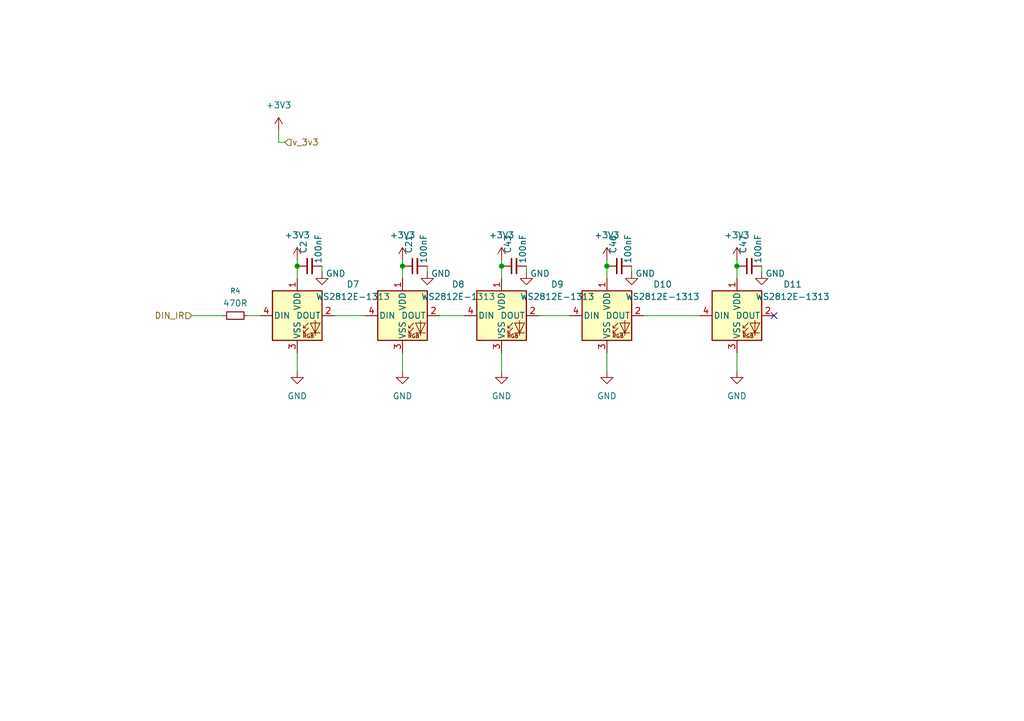
<source format=kicad_sch>
(kicad_sch (version 20250114) (generator "eeschema") (generator_version "9.0")
  (paper "A5")
  (lib_symbols
    (symbol "Device:C_Small" (pin_numbers (hide yes)) (pin_names (offset 0.254) (hide yes))
      (property "Reference" "C" (at 0.254 1.778 0))
      (property "Value" "C_Small" (at 0.254 -2.032 0))
      (symbol "C_Small_0_1"
        (polyline (pts (xy -1.524 0.508) (xy 1.524 0.508)) (stroke (width 0.3048)))
        (polyline (pts (xy -1.524 -0.508) (xy 1.524 -0.508)) (stroke (width 0.3302)))
      )
      (symbol "C_Small_1_1"
        (pin passive line (at 0 2.54 270) (length 2.032) (name "~") (number "1"))
        (pin passive line (at 0 -2.54 90) (length 2.032) (name "~") (number "2"))
      )
    )
    (symbol "LED:WS2812B" (pin_names (offset 0.254))
      (property "Reference" "D" (at 5.08 5.715 0))
      (property "Value" "WS2812B" (at 1.27 -5.715 0))
      (symbol "WS2812B_0_0"
        (text "RGB" (at 2.286 -4.191 0) (effects (font (size 0.762 0.762))))
      )
      (symbol "WS2812B_0_1"
        (polyline (pts (xy 1.27 -2.54) (xy 1.778 -2.54)))
        (polyline (pts (xy 1.27 -3.556) (xy 1.778 -3.556)))
        (polyline (pts (xy 2.286 -1.524) (xy 1.27 -2.54) (xy 1.27 -2.032)))
        (polyline (pts (xy 2.286 -2.54) (xy 1.27 -3.556) (xy 1.27 -3.048)))
        (polyline (pts (xy 3.683 -1.016) (xy 3.683 -3.556) (xy 3.683 -4.064)))
        (polyline (pts (xy 4.699 -1.524) (xy 2.667 -1.524) (xy 3.683 -3.556) (xy 4.699 -1.524)))
        (polyline (pts (xy 4.699 -3.556) (xy 2.667 -3.556)))
        (rectangle (start 5.08 5.08) (end -5.08 -5.08) (stroke (width 0.254)) (fill (type background)))
      )
      (symbol "WS2812B_1_1"
        (pin input line (at -7.62 0 0) (length 2.54) (name "DIN") (number "4"))
        (pin power_in line (at 0 7.62 270) (length 2.54) (name "VDD") (number "1"))
        (pin power_in line (at 0 -7.62 90) (length 2.54) (name "VSS") (number "3"))
        (pin output line (at 7.62 0 180) (length 2.54) (name "DOUT") (number "2"))
      )
    )
    (symbol "R_Small_1" (pin_numbers (hide yes)) (pin_names (offset 0.254) (hide yes))
      (property "Reference" "R" (at 0 0 90))
      (property "Value" "R_Small" (at 1.778 0 90))
      (symbol "R_Small_1_0_1"
        (rectangle (start -0.762 1.778) (end 0.762 -1.778) (stroke (width 0.2032)))
      )
      (symbol "R_Small_1_1_1"
        (pin passive line (at 0 2.54 270) (length 0.762) (name "~") (number "1"))
        (pin passive line (at 0 -2.54 90) (length 0.762) (name "~") (number "2"))
      )
    )
    (symbol "power:+3V3" (power) (pin_numbers (hide yes)) (pin_names (offset 0) (hide yes))
      (property "Value" "+3V3" (at 0 3.556 0))
      (symbol "+3V3_0_1"
        (polyline (pts (xy -0.762 1.27) (xy 0 2.54)))
        (polyline (pts (xy 0 2.54) (xy 0.762 1.27)))
        (polyline (pts (xy 0 0) (xy 0 2.54)))
      )
      (symbol "+3V3_1_1"
        (pin power_in line (at 0 0 90) (length 0) (name "~") (number "1"))
      )
    )
    (symbol "power:GND" (power) (pin_numbers (hide yes)) (pin_names (offset 0) (hide yes))
      (property "Value" "GND" (at 0 -3.81 0))
      (symbol "GND_0_1"
        (polyline (pts (xy 0 0) (xy 0 -1.27) (xy 1.27 -1.27) (xy 0 -2.54) (xy -1.27 -1.27) (xy 0 -1.27)))
      )
      (symbol "GND_1_1"
        (pin power_in line (at 0 0 270) (length 0) (name "~") (number "1"))
      )
    )
  )
  (junction (at 82.55 54.61))
  (junction (at 151.13 54.61))
  (junction (at 102.87 54.61))
  (junction (at 60.96 54.61))
  (junction (at 124.46 54.61))
  (no_connect (at 158.75 64.77))
  (wire (pts (xy 110.49 64.77) (xy 116.84 64.77)))
  (wire (pts (xy 151.13 54.61) (xy 151.13 57.15)))
  (wire (pts (xy 102.87 76.2) (xy 102.87 72.39)))
  (wire (pts (xy 60.96 76.2) (xy 60.96 72.39)))
  (wire (pts (xy 50.8 64.77) (xy 53.34 64.77)))
  (wire (pts (xy 132.08 64.77) (xy 143.51 64.77)))
  (wire (pts (xy 82.55 54.61) (xy 82.55 57.15)))
  (wire (pts (xy 151.13 53.34) (xy 151.13 54.61)))
  (wire (pts (xy 107.95 55.88) (xy 107.95 54.61)))
  (wire (pts (xy 90.17 64.77) (xy 95.25 64.77)))
  (wire (pts (xy 124.46 54.61) (xy 124.46 57.15)))
  (wire (pts (xy 82.55 53.34) (xy 82.55 54.61)))
  (wire (pts (xy 60.96 53.34) (xy 60.96 54.61)))
  (wire (pts (xy 60.96 54.61) (xy 60.96 57.15)))
  (wire (pts (xy 87.63 55.88) (xy 87.63 54.61)))
  (wire (pts (xy 57.15 26.67) (xy 57.15 29.21)))
  (wire (pts (xy 102.87 53.34) (xy 102.87 54.61)))
  (wire (pts (xy 124.46 76.2) (xy 124.46 72.39)))
  (wire (pts (xy 124.46 53.34) (xy 124.46 54.61)))
  (wire (pts (xy 151.13 76.2) (xy 151.13 72.39)))
  (wire (pts (xy 57.15 29.21) (xy 58.42 29.21)))
  (wire (pts (xy 39.37 64.77) (xy 45.72 64.77)))
  (wire (pts (xy 129.54 55.88) (xy 129.54 54.61)))
  (wire (pts (xy 156.21 55.88) (xy 156.21 54.61)))
  (wire (pts (xy 68.58 64.77) (xy 74.93 64.77)))
  (wire (pts (xy 102.87 54.61) (xy 102.87 57.15)))
  (wire (pts (xy 82.55 76.2) (xy 82.55 72.39)))
  (wire (pts (xy 66.04 55.88) (xy 66.04 54.61)))
  (hierarchical_label "v_3v3" (shape input) (at 58.42 29.21 0))
  (hierarchical_label "DIN_IR" (shape input) (at 39.37 64.77 180))
  (symbol (lib_id "Device:C_Small") (at 127 54.61 90) (unit 1)
    (property "Reference" "C46" (at 125.7362 52.07 0) (effects (justify left)))
    (property "Value" "100nF" (at 128.778 54.102 0) (effects (justify left)))
    (property "Footprint" "Capacitor_SMD:C_0603_1608Metric" (effects (hide yes)))
    (property "Description" "Unpolarized capacitor, small symbol" (effects (hide yes)))
    (property "LCSC#" "C338117" (effects (hide yes)))
  )
  (symbol (lib_id "LED:WS2812B") (at 82.55 64.77 0) (unit 1)
    (property "Reference" "D8" (at 93.98 58.3498 0))
    (property "Value" "WS2812E-1313" (at 93.98 60.8898 0))
    (property "Footprint" "pondo:WS2812E-1313" (effects (hide yes)))
    (property "Datasheet" "https://www.lcsc.com/datasheet/lcsc_datasheet_2412051755_Worldsemi-WS2812E-1313_C5446700.pdf" (effects (hide yes)))
    (property "Description" "RGB LED with integrated controller" (effects (hide yes)))
    (property "LCSC#" "C5446700" (effects (hide yes)))
  )
  (symbol (lib_id "power:GND") (at 151.13 76.2 0) (unit 1)
    (property "Reference" "#PWR035" (effects (hide yes)))
    (property "Value" "GND" (at 151.13 81.28 0))
    (property "Description" "Power symbol creates a global label with name \"GND\" , ground" (effects (hide yes)))
  )
  (symbol (lib_id "power:+3V3") (at 124.46 53.34 0) (unit 1)
    (property "Reference" "#PWR031" (effects (hide yes)))
    (property "Value" "+3V3" (at 124.46 48.26 0))
    (property "Description" "Power symbol creates a global label with name \"+3V3\"" (effects (hide yes)))
  )
  (symbol (lib_id "power:+3V3") (at 151.13 53.34 0) (unit 1)
    (property "Reference" "#PWR034" (effects (hide yes)))
    (property "Value" "+3V3" (at 151.13 48.26 0))
    (property "Description" "Power symbol creates a global label with name \"+3V3\"" (effects (hide yes)))
  )
  (symbol (lib_id "LED:WS2812B") (at 102.87 64.77 0) (unit 1)
    (property "Reference" "D9" (at 114.3 58.3498 0))
    (property "Value" "WS2812E-1313" (at 114.3 60.8898 0))
    (property "Footprint" "pondo:WS2812E-1313" (effects (hide yes)))
    (property "Datasheet" "https://www.lcsc.com/datasheet/lcsc_datasheet_2412051755_Worldsemi-WS2812E-1313_C5446700.pdf" (effects (hide yes)))
    (property "Description" "RGB LED with integrated controller" (effects (hide yes)))
    (property "LCSC#" "C5446700" (effects (hide yes)))
  )
  (symbol (lib_id "power:GND") (at 124.46 76.2 0) (unit 1)
    (property "Reference" "#PWR032" (effects (hide yes)))
    (property "Value" "GND" (at 124.46 81.28 0))
    (property "Description" "Power symbol creates a global label with name \"GND\" , ground" (effects (hide yes)))
  )
  (symbol (lib_id "LED:WS2812B") (at 124.46 64.77 0) (unit 1)
    (property "Reference" "D10" (at 135.89 58.3498 0))
    (property "Value" "WS2812E-1313" (at 135.89 60.8898 0))
    (property "Footprint" "pondo:WS2812E-1313" (effects (hide yes)))
    (property "Datasheet" "https://www.lcsc.com/datasheet/lcsc_datasheet_2412051755_Worldsemi-WS2812E-1313_C5446700.pdf" (effects (hide yes)))
    (property "Description" "RGB LED with integrated controller" (effects (hide yes)))
    (property "LCSC#" "C5446700" (effects (hide yes)))
  )
  (symbol (lib_id "power:GND") (at 156.21 55.88 0) (unit 1)
    (property "Reference" "#PWR036" (effects (hide yes)))
    (property "Value" "GND" (at 159.004 56.134 0))
    (property "Description" "Power symbol creates a global label with name \"GND\" , ground" (effects (hide yes)))
  )
  (symbol (lib_id "Device:C_Small") (at 105.41 54.61 90) (unit 1)
    (property "Reference" "C43" (at 104.1462 52.07 0) (effects (justify left)))
    (property "Value" "100nF" (at 107.188 54.102 0) (effects (justify left)))
    (property "Footprint" "Capacitor_SMD:C_0603_1608Metric" (effects (hide yes)))
    (property "Description" "Unpolarized capacitor, small symbol" (effects (hide yes)))
    (property "LCSC#" "C338117" (effects (hide yes)))
  )
  (symbol (lib_id "power:+3V3") (at 57.15 26.67 0) (unit 1)
    (property "Reference" "#PWR089" (effects (hide yes)))
    (property "Value" "+3V3" (at 57.15 21.59 0))
    (property "Description" "Power symbol creates a global label with name \"+3V3\"" (effects (hide yes)))
  )
  (symbol (lib_id "power:GND") (at 66.04 55.88 0) (unit 1)
    (property "Reference" "#PWR09" (effects (hide yes)))
    (property "Value" "GND" (at 68.834 56.134 0))
    (property "Description" "Power symbol creates a global label with name \"GND\" , ground" (effects (hide yes)))
  )
  (symbol (lib_id "power:+3V3") (at 60.96 53.34 0) (unit 1)
    (property "Reference" "#PWR07" (effects (hide yes)))
    (property "Value" "+3V3" (at 60.96 48.26 0))
    (property "Description" "Power symbol creates a global label with name \"+3V3\"" (effects (hide yes)))
  )
  (symbol (lib_id "Device:C_Small") (at 153.67 54.61 90) (unit 1)
    (property "Reference" "C47" (at 152.4062 52.07 0) (effects (justify left)))
    (property "Value" "100nF" (at 155.448 54.102 0) (effects (justify left)))
    (property "Footprint" "Capacitor_SMD:C_0603_1608Metric" (effects (hide yes)))
    (property "Description" "Unpolarized capacitor, small symbol" (effects (hide yes)))
    (property "LCSC#" "C338117" (effects (hide yes)))
  )
  (symbol (lib_id "power:GND") (at 107.95 55.88 0) (unit 1)
    (property "Reference" "#PWR027" (effects (hide yes)))
    (property "Value" "GND" (at 110.744 56.134 0))
    (property "Description" "Power symbol creates a global label with name \"GND\" , ground" (effects (hide yes)))
  )
  (symbol (lib_id "Device:C_Small") (at 85.09 54.61 90) (unit 1)
    (property "Reference" "C21" (at 83.8262 52.07 0) (effects (justify left)))
    (property "Value" "100nF" (at 86.868 54.102 0) (effects (justify left)))
    (property "Footprint" "Capacitor_SMD:C_0603_1608Metric" (effects (hide yes)))
    (property "Description" "Unpolarized capacitor, small symbol" (effects (hide yes)))
    (property "LCSC#" "C338117" (effects (hide yes)))
  )
  (symbol (lib_id "LED:WS2812B") (at 151.13 64.77 0) (unit 1)
    (property "Reference" "D11" (at 162.56 58.3498 0))
    (property "Value" "WS2812E-1313" (at 162.56 60.8898 0))
    (property "Footprint" "pondo:WS2812E-1313" (effects (hide yes)))
    (property "Datasheet" "https://www.lcsc.com/datasheet/lcsc_datasheet_2412051755_Worldsemi-WS2812E-1313_C5446700.pdf" (effects (hide yes)))
    (property "Description" "RGB LED with integrated controller" (effects (hide yes)))
    (property "LCSC#" "C5446700" (effects (hide yes)))
  )
  (symbol (lib_id "power:+3V3") (at 102.87 53.34 0) (unit 1)
    (property "Reference" "#PWR025" (effects (hide yes)))
    (property "Value" "+3V3" (at 102.87 48.26 0))
    (property "Description" "Power symbol creates a global label with name \"+3V3\"" (effects (hide yes)))
  )
  (symbol (lib_name "R_Small_1") (lib_id "Device:R_Small") (at 48.26 64.77 90) (unit 1)
    (property "Reference" "R4" (at 48.26 59.69 90) (effects (font (size 1.016 1.016))))
    (property "Value" "470R" (at 48.26 62.23 90))
    (property "Footprint" "Resistor_SMD:R_0603_1608Metric" (effects (hide yes)))
    (property "Description" "Resistor, small symbol" (effects (hide yes)))
    (property "LCSC#" "C23179" (effects (hide yes)))
  )
  (symbol (lib_id "power:GND") (at 87.63 55.88 0) (unit 1)
    (property "Reference" "#PWR024" (effects (hide yes)))
    (property "Value" "GND" (at 90.424 56.134 0))
    (property "Description" "Power symbol creates a global label with name \"GND\" , ground" (effects (hide yes)))
  )
  (symbol (lib_id "LED:WS2812B") (at 60.96 64.77 0) (unit 1)
    (property "Reference" "D7" (at 72.39 58.3498 0))
    (property "Value" "WS2812E-1313" (at 72.39 60.8898 0))
    (property "Footprint" "pondo:WS2812E-1313" (effects (hide yes)))
    (property "Datasheet" "https://www.lcsc.com/datasheet/lcsc_datasheet_2412051755_Worldsemi-WS2812E-1313_C5446700.pdf" (effects (hide yes)))
    (property "Description" "RGB LED with integrated controller" (effects (hide yes)))
    (property "LCSC#" "C5446700" (effects (hide yes)))
  )
  (symbol (lib_id "Device:C_Small") (at 63.5 54.61 90) (unit 1)
    (property "Reference" "C2" (at 62.2362 52.07 0) (effects (justify left)))
    (property "Value" "100nF" (at 65.278 54.102 0) (effects (justify left)))
    (property "Footprint" "Capacitor_SMD:C_0603_1608Metric" (effects (hide yes)))
    (property "Description" "Unpolarized capacitor, small symbol" (effects (hide yes)))
    (property "LCSC#" "C338117" (effects (hide yes)))
  )
  (symbol (lib_id "power:GND") (at 60.96 76.2 0) (unit 1)
    (property "Reference" "#PWR05" (effects (hide yes)))
    (property "Value" "GND" (at 60.96 81.28 0))
    (property "Description" "Power symbol creates a global label with name \"GND\" , ground" (effects (hide yes)))
  )
  (symbol (lib_id "power:+3V3") (at 82.55 53.34 0) (unit 1)
    (property "Reference" "#PWR07" (effects (hide yes)))
    (property "Value" "+3V3" (at 82.55 48.26 0))
    (property "Description" "Power symbol creates a global label with name \"+3V3\"" (effects (hide yes)))
  )
  (symbol (lib_id "power:GND") (at 82.55 76.2 0) (unit 1)
    (property "Reference" "#PWR09" (effects (hide yes)))
    (property "Value" "GND" (at 82.55 81.28 0))
    (property "Description" "Power symbol creates a global label with name \"GND\" , ground" (effects (hide yes)))
  )
  (symbol (lib_id "power:GND") (at 102.87 76.2 0) (unit 1)
    (property "Reference" "#PWR026" (effects (hide yes)))
    (property "Value" "GND" (at 102.87 81.28 0))
    (property "Description" "Power symbol creates a global label with name \"GND\" , ground" (effects (hide yes)))
  )
  (symbol (lib_id "power:GND") (at 129.54 55.88 0) (unit 1)
    (property "Reference" "#PWR033" (effects (hide yes)))
    (property "Value" "GND" (at 132.334 56.134 0))
    (property "Description" "Power symbol creates a global label with name \"GND\" , ground" (effects (hide yes)))
  )
)
</source>
